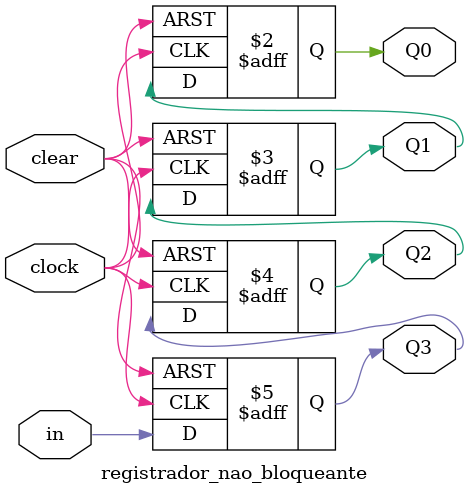
<source format=v>
/*
* CABEÇALHO *

Alunos:	Lucas Santos Rodrigues (20213001521)
			Marcela Caram (20213006528)
			Vinícius Ferreira (20213005208)

Projeto: Registrador Não Bloqueante
Data: 24/01/2022

Entradas: in, clear, clock;
Saídas: Q0,Q1,Q2,Q3;
*/

module registrador_nao_bloqueante(in,clear,clock,Q0,Q1,Q2,Q3);
input in;
input clear;
input clock;

output reg Q0,Q1,Q2,Q3;

always@(posedge clock or posedge clear)
	begin
		if(clear)
			begin
				Q3 <= 1'b0; // reseta
				Q2 <= 1'b0; // reseta
				Q1 <= 1'b0; // reseta
				Q0 <= 1'b0; // reseta
			end
			
		else
			begin
				Q3 <= in; 	
				Q2 <= Q3;
				Q1 <= Q2;  
				Q0 <= Q1;
			end
	end
endmodule
</source>
